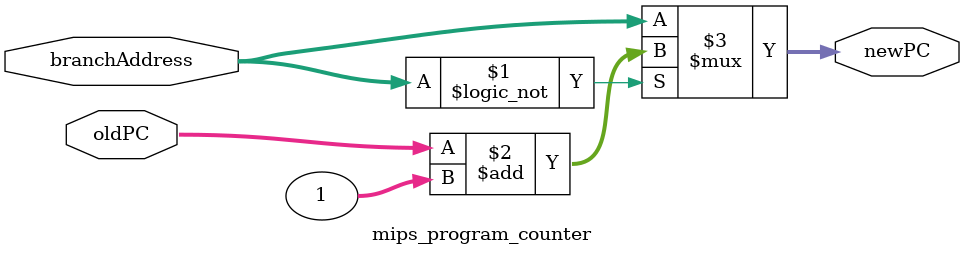
<source format=v>
module mips_program_counter(newPC, oldPC, branchAddress);

input  [31:0]  oldPC;
input  [31:0] branchAddress;

output [31:0]  newPC;

assign newPC = branchAddress == 0 ? oldPC + 1 : branchAddress;

endmodule
</source>
